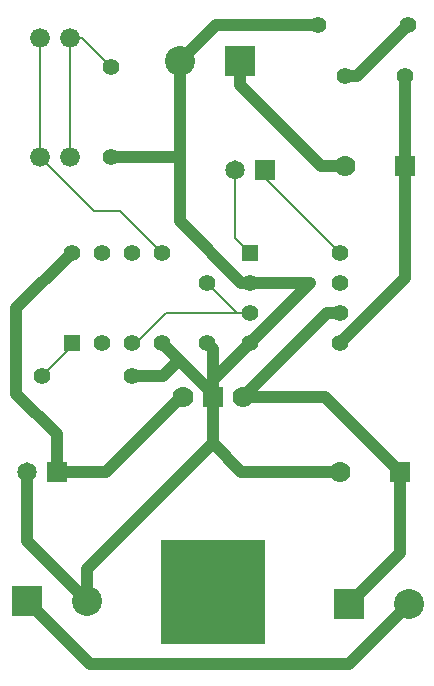
<source format=gbl>
G04 (created by PCBNEW-RS274X (2012-apr-16-27)-stable) date Wed 27 Jan 2016 07:56:39 AM BRST*
G01*
G70*
G90*
%MOIN*%
G04 Gerber Fmt 3.4, Leading zero omitted, Abs format*
%FSLAX34Y34*%
G04 APERTURE LIST*
%ADD10C,0.006000*%
%ADD11C,0.055000*%
%ADD12R,0.350000X0.350000*%
%ADD13C,0.070000*%
%ADD14R,0.070000X0.070000*%
%ADD15C,0.066000*%
%ADD16R,0.055000X0.055000*%
%ADD17R,0.065000X0.065000*%
%ADD18C,0.065000*%
%ADD19R,0.100000X0.100000*%
%ADD20C,0.100000*%
%ADD21C,0.039400*%
%ADD22C,0.008000*%
G04 APERTURE END LIST*
G54D10*
G54D11*
X64150Y-31400D03*
X61150Y-31400D03*
G54D12*
X57650Y-50300D03*
G54D13*
X58650Y-43800D03*
G54D14*
X57650Y-43800D03*
G54D13*
X56650Y-43800D03*
G54D15*
X51900Y-35800D03*
X52900Y-35800D03*
X51900Y-31850D03*
X52900Y-31850D03*
G54D16*
X52950Y-42000D03*
G54D11*
X53950Y-42000D03*
X54950Y-42000D03*
X55950Y-42000D03*
X55950Y-39000D03*
X54950Y-39000D03*
X53950Y-39000D03*
X52950Y-39000D03*
G54D16*
X58900Y-39000D03*
G54D11*
X58900Y-40000D03*
X58900Y-41000D03*
X58900Y-42000D03*
X61900Y-42000D03*
X61900Y-41000D03*
X61900Y-40000D03*
X61900Y-39000D03*
G54D14*
X63900Y-46300D03*
G54D13*
X61900Y-46300D03*
G54D14*
X64050Y-36100D03*
G54D13*
X62050Y-36100D03*
G54D11*
X64050Y-33100D03*
X62050Y-33100D03*
X57450Y-40000D03*
X57450Y-42000D03*
G54D17*
X52450Y-46300D03*
G54D18*
X51450Y-46300D03*
G54D17*
X59400Y-36250D03*
G54D18*
X58400Y-36250D03*
G54D19*
X51450Y-50600D03*
G54D20*
X53450Y-50600D03*
G54D19*
X58550Y-32600D03*
G54D20*
X56550Y-32600D03*
G54D19*
X62200Y-50700D03*
G54D20*
X64200Y-50700D03*
G54D11*
X54250Y-32800D03*
X54250Y-35800D03*
X51950Y-43100D03*
X54950Y-43100D03*
G54D21*
X51100Y-43700D02*
X51100Y-40850D01*
X52450Y-45050D02*
X51100Y-43700D01*
X56650Y-43800D02*
X56600Y-43800D01*
X54100Y-46300D02*
X52450Y-46300D01*
X56600Y-43800D02*
X54100Y-46300D01*
X52450Y-46300D02*
X52450Y-45050D01*
X51100Y-40850D02*
X52950Y-39000D01*
X58650Y-43800D02*
X61400Y-43800D01*
X61400Y-43800D02*
X63900Y-46300D01*
X63900Y-49000D02*
X62200Y-50700D01*
X63900Y-46300D02*
X63900Y-49000D01*
X61900Y-41000D02*
X61450Y-41000D01*
X61450Y-41000D02*
X58650Y-43800D01*
X57650Y-43800D02*
X57650Y-43250D01*
X61150Y-31400D02*
X57750Y-31400D01*
X57650Y-43700D02*
X56525Y-42575D01*
X58600Y-46300D02*
X57650Y-45350D01*
X51450Y-46300D02*
X51450Y-48600D01*
X60900Y-40000D02*
X58900Y-40000D01*
X58900Y-42000D02*
X60900Y-40000D01*
X61900Y-46300D02*
X58600Y-46300D01*
X57650Y-45350D02*
X53450Y-49550D01*
X57650Y-43800D02*
X57650Y-45350D01*
X57650Y-42200D02*
X57450Y-42000D01*
X51450Y-48600D02*
X53450Y-50600D01*
X56000Y-43100D02*
X56525Y-42575D01*
X56525Y-42575D02*
X55950Y-42000D01*
X54250Y-35800D02*
X56550Y-35800D01*
X58600Y-40000D02*
X56550Y-37950D01*
X57750Y-31400D02*
X56550Y-32600D01*
X54950Y-43100D02*
X56000Y-43100D01*
X53450Y-49550D02*
X53450Y-50600D01*
X58900Y-40000D02*
X58600Y-40000D01*
X56550Y-37950D02*
X56550Y-35800D01*
X56550Y-35800D02*
X56550Y-32600D01*
X57650Y-43800D02*
X57650Y-42200D01*
X57650Y-43800D02*
X57650Y-43700D01*
X57650Y-43250D02*
X58900Y-42000D01*
X62050Y-33100D02*
X62450Y-33100D01*
X62450Y-33100D02*
X64150Y-31400D01*
G54D22*
X52900Y-31850D02*
X53300Y-31850D01*
X53300Y-31850D02*
X54250Y-32800D01*
X52900Y-33250D02*
X52900Y-35800D01*
X52900Y-31850D02*
X52900Y-33250D01*
X51900Y-31850D02*
X51900Y-35800D01*
X55950Y-39000D02*
X54550Y-37600D01*
X53700Y-37600D02*
X51900Y-35800D01*
X54550Y-37600D02*
X53700Y-37600D01*
X59400Y-36250D02*
X59400Y-36500D01*
X59400Y-36500D02*
X61900Y-39000D01*
X58400Y-36250D02*
X58400Y-38500D01*
X58400Y-38500D02*
X58900Y-39000D01*
G54D21*
X62200Y-52700D02*
X64200Y-50700D01*
X53550Y-52700D02*
X62200Y-52700D01*
X51450Y-50600D02*
X53550Y-52700D01*
X61250Y-36100D02*
X58550Y-33400D01*
X58550Y-33400D02*
X58550Y-32600D01*
X62050Y-36100D02*
X61250Y-36100D01*
X64050Y-33100D02*
X64050Y-36100D01*
X64050Y-36100D02*
X64050Y-39850D01*
X64050Y-39850D02*
X61900Y-42000D01*
G54D22*
X52950Y-42000D02*
X52950Y-42100D01*
X52950Y-42100D02*
X51950Y-43100D01*
X58900Y-41000D02*
X58450Y-41000D01*
X58450Y-41000D02*
X57450Y-40000D01*
X54950Y-42000D02*
X55100Y-42000D01*
X56100Y-41000D02*
X58900Y-41000D01*
X55100Y-42000D02*
X56100Y-41000D01*
M02*

</source>
